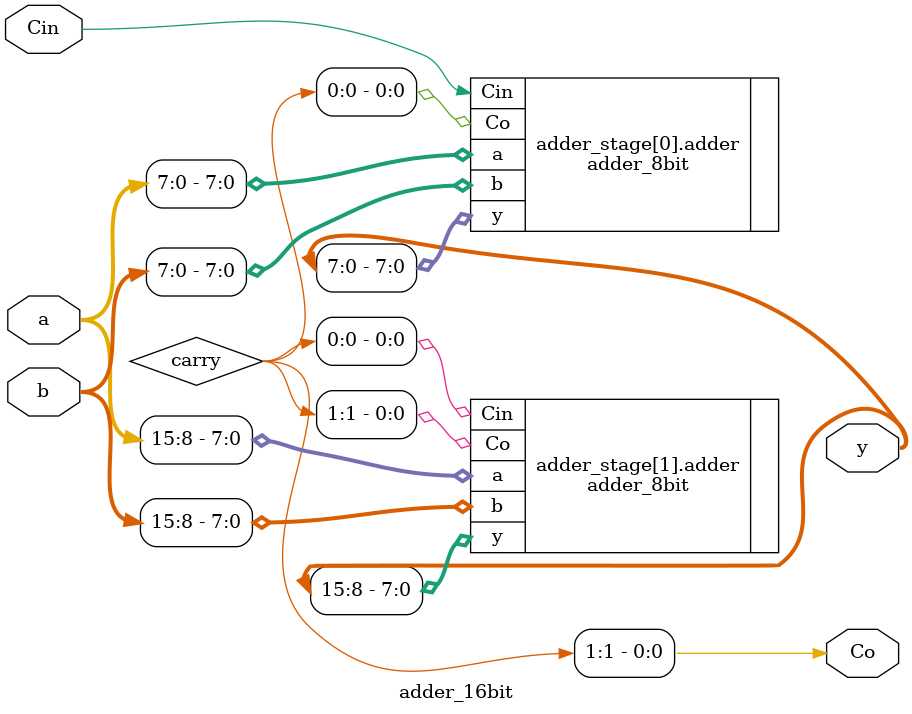
<source format=v>
module adder_16bit (
    input wire [15:0] a,
    input wire [15:0] b,
    input wire Cin,
    output wire [15:0] y,
    output wire Co
);

    wire [7:0] carry;

    // Instantiate 8-bit adders
    genvar i;
    generate
        for (i = 0; i < 2; i = i + 1) begin : adder_stage
            adder_8bit adder (
                .a(a[i*8+7:i*8]),
                .b(b[i*8+7:i*8]),
                .Cin(i == 0 ? Cin : carry[i-1]),
                .y(y[i*8+7:i*8]),
                .Co(carry[i])
            );
        end
    endgenerate

    assign Co = carry[1];

endmodule
</source>
